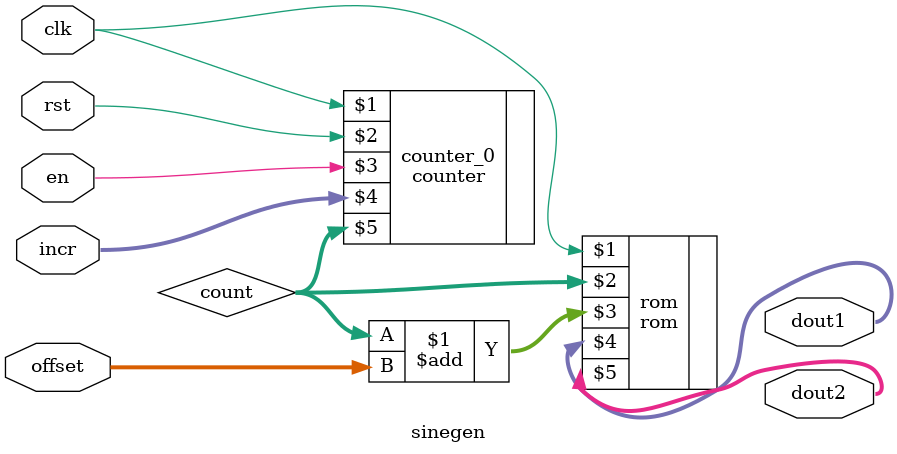
<source format=sv>
module sinegen (
    input   logic clk,
    input   logic en,
    input   logic rst,
    input   logic [7:0] incr,
    input   logic [7:0] offset,
    output  logic [7:0] dout1,
    output  logic [7:0] dout2,
);
    wire [7:0] count;
    counter #(8) counter_0 (clk, rst, en, incr, count);
    rom #(8, 8) rom (clk, count, count+offset, dout1, dout2);
endmodule

</source>
